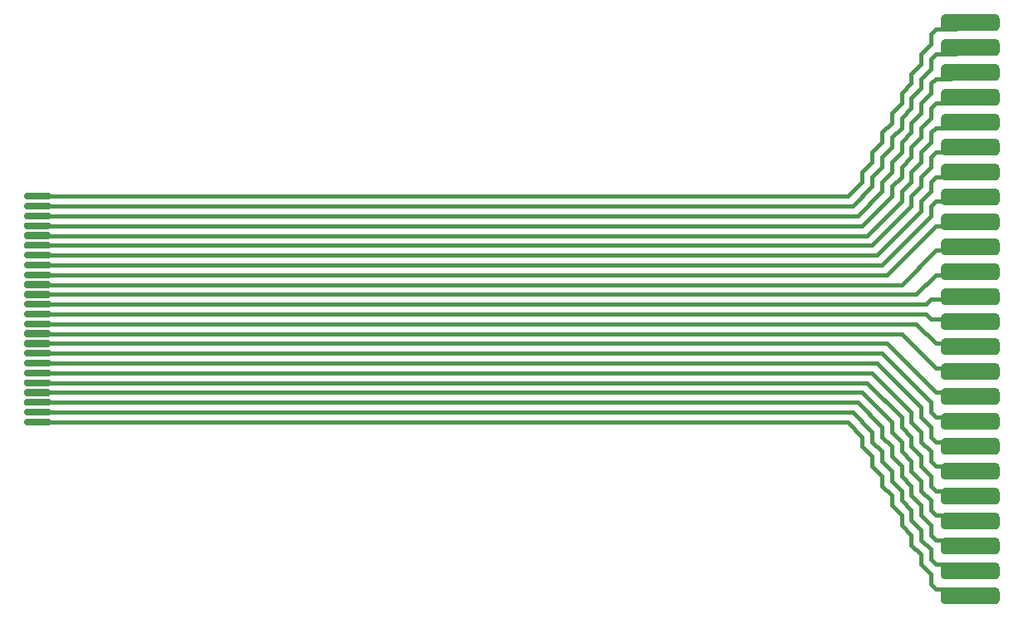
<source format=gtl>
%TF.GenerationSoftware,KiCad,Pcbnew,5.1.6-c6e7f7d~86~ubuntu18.04.1*%
%TF.CreationDate,2020-05-18T00:48:30-07:00*%
%TF.ProjectId,kbdflex,6b626466-6c65-4782-9e6b-696361645f70,rev?*%
%TF.SameCoordinates,Original*%
%TF.FileFunction,Copper,L1,Top*%
%TF.FilePolarity,Positive*%
%FSLAX46Y46*%
G04 Gerber Fmt 4.6, Leading zero omitted, Abs format (unit mm)*
G04 Created by KiCad (PCBNEW 5.1.6-c6e7f7d~86~ubuntu18.04.1) date 2020-05-18 00:48:30*
%MOMM*%
%LPD*%
G01*
G04 APERTURE LIST*
%TA.AperFunction,Conductor*%
%ADD10C,0.450000*%
%TD*%
G04 APERTURE END LIST*
%TO.P,J2,24*%
%TO.N,Net-(J1-Pad1)*%
%TA.AperFunction,SMDPad,CuDef*%
G36*
G01*
X52850000Y-50825000D02*
X52850000Y-51175000D01*
G75*
G02*
X52675000Y-51350000I-175000J0D01*
G01*
X50325000Y-51350000D01*
G75*
G02*
X50150000Y-51175000I0J175000D01*
G01*
X50150000Y-50825000D01*
G75*
G02*
X50325000Y-50650000I175000J0D01*
G01*
X52675000Y-50650000D01*
G75*
G02*
X52850000Y-50825000I0J-175000D01*
G01*
G37*
%TD.AperFunction*%
%TO.P,J2,23*%
%TO.N,Net-(J1-Pad2)*%
%TA.AperFunction,SMDPad,CuDef*%
G36*
G01*
X52850000Y-51825000D02*
X52850000Y-52175000D01*
G75*
G02*
X52675000Y-52350000I-175000J0D01*
G01*
X50325000Y-52350000D01*
G75*
G02*
X50150000Y-52175000I0J175000D01*
G01*
X50150000Y-51825000D01*
G75*
G02*
X50325000Y-51650000I175000J0D01*
G01*
X52675000Y-51650000D01*
G75*
G02*
X52850000Y-51825000I0J-175000D01*
G01*
G37*
%TD.AperFunction*%
%TO.P,J2,22*%
%TO.N,Net-(J1-Pad3)*%
%TA.AperFunction,SMDPad,CuDef*%
G36*
G01*
X52850000Y-52825000D02*
X52850000Y-53175000D01*
G75*
G02*
X52675000Y-53350000I-175000J0D01*
G01*
X50325000Y-53350000D01*
G75*
G02*
X50150000Y-53175000I0J175000D01*
G01*
X50150000Y-52825000D01*
G75*
G02*
X50325000Y-52650000I175000J0D01*
G01*
X52675000Y-52650000D01*
G75*
G02*
X52850000Y-52825000I0J-175000D01*
G01*
G37*
%TD.AperFunction*%
%TO.P,J2,21*%
%TO.N,Net-(J1-Pad4)*%
%TA.AperFunction,SMDPad,CuDef*%
G36*
G01*
X52850000Y-53825000D02*
X52850000Y-54175000D01*
G75*
G02*
X52675000Y-54350000I-175000J0D01*
G01*
X50325000Y-54350000D01*
G75*
G02*
X50150000Y-54175000I0J175000D01*
G01*
X50150000Y-53825000D01*
G75*
G02*
X50325000Y-53650000I175000J0D01*
G01*
X52675000Y-53650000D01*
G75*
G02*
X52850000Y-53825000I0J-175000D01*
G01*
G37*
%TD.AperFunction*%
%TO.P,J2,20*%
%TO.N,Net-(J1-Pad5)*%
%TA.AperFunction,SMDPad,CuDef*%
G36*
G01*
X52850000Y-54825000D02*
X52850000Y-55175000D01*
G75*
G02*
X52675000Y-55350000I-175000J0D01*
G01*
X50325000Y-55350000D01*
G75*
G02*
X50150000Y-55175000I0J175000D01*
G01*
X50150000Y-54825000D01*
G75*
G02*
X50325000Y-54650000I175000J0D01*
G01*
X52675000Y-54650000D01*
G75*
G02*
X52850000Y-54825000I0J-175000D01*
G01*
G37*
%TD.AperFunction*%
%TO.P,J2,19*%
%TO.N,Net-(J1-Pad6)*%
%TA.AperFunction,SMDPad,CuDef*%
G36*
G01*
X52850000Y-55825000D02*
X52850000Y-56175000D01*
G75*
G02*
X52675000Y-56350000I-175000J0D01*
G01*
X50325000Y-56350000D01*
G75*
G02*
X50150000Y-56175000I0J175000D01*
G01*
X50150000Y-55825000D01*
G75*
G02*
X50325000Y-55650000I175000J0D01*
G01*
X52675000Y-55650000D01*
G75*
G02*
X52850000Y-55825000I0J-175000D01*
G01*
G37*
%TD.AperFunction*%
%TO.P,J2,18*%
%TO.N,Net-(J1-Pad7)*%
%TA.AperFunction,SMDPad,CuDef*%
G36*
G01*
X52850000Y-56825000D02*
X52850000Y-57175000D01*
G75*
G02*
X52675000Y-57350000I-175000J0D01*
G01*
X50325000Y-57350000D01*
G75*
G02*
X50150000Y-57175000I0J175000D01*
G01*
X50150000Y-56825000D01*
G75*
G02*
X50325000Y-56650000I175000J0D01*
G01*
X52675000Y-56650000D01*
G75*
G02*
X52850000Y-56825000I0J-175000D01*
G01*
G37*
%TD.AperFunction*%
%TO.P,J2,17*%
%TO.N,Net-(J1-Pad8)*%
%TA.AperFunction,SMDPad,CuDef*%
G36*
G01*
X52850000Y-57825000D02*
X52850000Y-58175000D01*
G75*
G02*
X52675000Y-58350000I-175000J0D01*
G01*
X50325000Y-58350000D01*
G75*
G02*
X50150000Y-58175000I0J175000D01*
G01*
X50150000Y-57825000D01*
G75*
G02*
X50325000Y-57650000I175000J0D01*
G01*
X52675000Y-57650000D01*
G75*
G02*
X52850000Y-57825000I0J-175000D01*
G01*
G37*
%TD.AperFunction*%
%TO.P,J2,16*%
%TO.N,Net-(J1-Pad9)*%
%TA.AperFunction,SMDPad,CuDef*%
G36*
G01*
X52850000Y-58825000D02*
X52850000Y-59175000D01*
G75*
G02*
X52675000Y-59350000I-175000J0D01*
G01*
X50325000Y-59350000D01*
G75*
G02*
X50150000Y-59175000I0J175000D01*
G01*
X50150000Y-58825000D01*
G75*
G02*
X50325000Y-58650000I175000J0D01*
G01*
X52675000Y-58650000D01*
G75*
G02*
X52850000Y-58825000I0J-175000D01*
G01*
G37*
%TD.AperFunction*%
%TO.P,J2,15*%
%TO.N,Net-(J1-Pad10)*%
%TA.AperFunction,SMDPad,CuDef*%
G36*
G01*
X52850000Y-59825000D02*
X52850000Y-60175000D01*
G75*
G02*
X52675000Y-60350000I-175000J0D01*
G01*
X50325000Y-60350000D01*
G75*
G02*
X50150000Y-60175000I0J175000D01*
G01*
X50150000Y-59825000D01*
G75*
G02*
X50325000Y-59650000I175000J0D01*
G01*
X52675000Y-59650000D01*
G75*
G02*
X52850000Y-59825000I0J-175000D01*
G01*
G37*
%TD.AperFunction*%
%TO.P,J2,14*%
%TO.N,Net-(J1-Pad11)*%
%TA.AperFunction,SMDPad,CuDef*%
G36*
G01*
X52850000Y-60825000D02*
X52850000Y-61175000D01*
G75*
G02*
X52675000Y-61350000I-175000J0D01*
G01*
X50325000Y-61350000D01*
G75*
G02*
X50150000Y-61175000I0J175000D01*
G01*
X50150000Y-60825000D01*
G75*
G02*
X50325000Y-60650000I175000J0D01*
G01*
X52675000Y-60650000D01*
G75*
G02*
X52850000Y-60825000I0J-175000D01*
G01*
G37*
%TD.AperFunction*%
%TO.P,J2,13*%
%TO.N,Net-(J1-Pad12)*%
%TA.AperFunction,SMDPad,CuDef*%
G36*
G01*
X52850000Y-61825000D02*
X52850000Y-62175000D01*
G75*
G02*
X52675000Y-62350000I-175000J0D01*
G01*
X50325000Y-62350000D01*
G75*
G02*
X50150000Y-62175000I0J175000D01*
G01*
X50150000Y-61825000D01*
G75*
G02*
X50325000Y-61650000I175000J0D01*
G01*
X52675000Y-61650000D01*
G75*
G02*
X52850000Y-61825000I0J-175000D01*
G01*
G37*
%TD.AperFunction*%
%TO.P,J2,12*%
%TO.N,Net-(J1-Pad13)*%
%TA.AperFunction,SMDPad,CuDef*%
G36*
G01*
X52850000Y-62825000D02*
X52850000Y-63175000D01*
G75*
G02*
X52675000Y-63350000I-175000J0D01*
G01*
X50325000Y-63350000D01*
G75*
G02*
X50150000Y-63175000I0J175000D01*
G01*
X50150000Y-62825000D01*
G75*
G02*
X50325000Y-62650000I175000J0D01*
G01*
X52675000Y-62650000D01*
G75*
G02*
X52850000Y-62825000I0J-175000D01*
G01*
G37*
%TD.AperFunction*%
%TO.P,J2,11*%
%TO.N,Net-(J1-Pad14)*%
%TA.AperFunction,SMDPad,CuDef*%
G36*
G01*
X52850000Y-63825000D02*
X52850000Y-64175000D01*
G75*
G02*
X52675000Y-64350000I-175000J0D01*
G01*
X50325000Y-64350000D01*
G75*
G02*
X50150000Y-64175000I0J175000D01*
G01*
X50150000Y-63825000D01*
G75*
G02*
X50325000Y-63650000I175000J0D01*
G01*
X52675000Y-63650000D01*
G75*
G02*
X52850000Y-63825000I0J-175000D01*
G01*
G37*
%TD.AperFunction*%
%TO.P,J2,10*%
%TO.N,Net-(J1-Pad15)*%
%TA.AperFunction,SMDPad,CuDef*%
G36*
G01*
X52850000Y-64825000D02*
X52850000Y-65175000D01*
G75*
G02*
X52675000Y-65350000I-175000J0D01*
G01*
X50325000Y-65350000D01*
G75*
G02*
X50150000Y-65175000I0J175000D01*
G01*
X50150000Y-64825000D01*
G75*
G02*
X50325000Y-64650000I175000J0D01*
G01*
X52675000Y-64650000D01*
G75*
G02*
X52850000Y-64825000I0J-175000D01*
G01*
G37*
%TD.AperFunction*%
%TO.P,J2,9*%
%TO.N,Net-(J1-Pad16)*%
%TA.AperFunction,SMDPad,CuDef*%
G36*
G01*
X52850000Y-65825000D02*
X52850000Y-66175000D01*
G75*
G02*
X52675000Y-66350000I-175000J0D01*
G01*
X50325000Y-66350000D01*
G75*
G02*
X50150000Y-66175000I0J175000D01*
G01*
X50150000Y-65825000D01*
G75*
G02*
X50325000Y-65650000I175000J0D01*
G01*
X52675000Y-65650000D01*
G75*
G02*
X52850000Y-65825000I0J-175000D01*
G01*
G37*
%TD.AperFunction*%
%TO.P,J2,8*%
%TO.N,Net-(J1-Pad17)*%
%TA.AperFunction,SMDPad,CuDef*%
G36*
G01*
X52850000Y-66825000D02*
X52850000Y-67175000D01*
G75*
G02*
X52675000Y-67350000I-175000J0D01*
G01*
X50325000Y-67350000D01*
G75*
G02*
X50150000Y-67175000I0J175000D01*
G01*
X50150000Y-66825000D01*
G75*
G02*
X50325000Y-66650000I175000J0D01*
G01*
X52675000Y-66650000D01*
G75*
G02*
X52850000Y-66825000I0J-175000D01*
G01*
G37*
%TD.AperFunction*%
%TO.P,J2,7*%
%TO.N,Net-(J1-Pad18)*%
%TA.AperFunction,SMDPad,CuDef*%
G36*
G01*
X52850000Y-67825000D02*
X52850000Y-68175000D01*
G75*
G02*
X52675000Y-68350000I-175000J0D01*
G01*
X50325000Y-68350000D01*
G75*
G02*
X50150000Y-68175000I0J175000D01*
G01*
X50150000Y-67825000D01*
G75*
G02*
X50325000Y-67650000I175000J0D01*
G01*
X52675000Y-67650000D01*
G75*
G02*
X52850000Y-67825000I0J-175000D01*
G01*
G37*
%TD.AperFunction*%
%TO.P,J2,6*%
%TO.N,Net-(J1-Pad19)*%
%TA.AperFunction,SMDPad,CuDef*%
G36*
G01*
X52850000Y-68825000D02*
X52850000Y-69175000D01*
G75*
G02*
X52675000Y-69350000I-175000J0D01*
G01*
X50325000Y-69350000D01*
G75*
G02*
X50150000Y-69175000I0J175000D01*
G01*
X50150000Y-68825000D01*
G75*
G02*
X50325000Y-68650000I175000J0D01*
G01*
X52675000Y-68650000D01*
G75*
G02*
X52850000Y-68825000I0J-175000D01*
G01*
G37*
%TD.AperFunction*%
%TO.P,J2,5*%
%TO.N,Net-(J1-Pad20)*%
%TA.AperFunction,SMDPad,CuDef*%
G36*
G01*
X52850000Y-69825000D02*
X52850000Y-70175000D01*
G75*
G02*
X52675000Y-70350000I-175000J0D01*
G01*
X50325000Y-70350000D01*
G75*
G02*
X50150000Y-70175000I0J175000D01*
G01*
X50150000Y-69825000D01*
G75*
G02*
X50325000Y-69650000I175000J0D01*
G01*
X52675000Y-69650000D01*
G75*
G02*
X52850000Y-69825000I0J-175000D01*
G01*
G37*
%TD.AperFunction*%
%TO.P,J2,4*%
%TO.N,Net-(J1-Pad21)*%
%TA.AperFunction,SMDPad,CuDef*%
G36*
G01*
X52850000Y-70825000D02*
X52850000Y-71175000D01*
G75*
G02*
X52675000Y-71350000I-175000J0D01*
G01*
X50325000Y-71350000D01*
G75*
G02*
X50150000Y-71175000I0J175000D01*
G01*
X50150000Y-70825000D01*
G75*
G02*
X50325000Y-70650000I175000J0D01*
G01*
X52675000Y-70650000D01*
G75*
G02*
X52850000Y-70825000I0J-175000D01*
G01*
G37*
%TD.AperFunction*%
%TO.P,J2,3*%
%TO.N,Net-(J1-Pad22)*%
%TA.AperFunction,SMDPad,CuDef*%
G36*
G01*
X52850000Y-71825000D02*
X52850000Y-72175000D01*
G75*
G02*
X52675000Y-72350000I-175000J0D01*
G01*
X50325000Y-72350000D01*
G75*
G02*
X50150000Y-72175000I0J175000D01*
G01*
X50150000Y-71825000D01*
G75*
G02*
X50325000Y-71650000I175000J0D01*
G01*
X52675000Y-71650000D01*
G75*
G02*
X52850000Y-71825000I0J-175000D01*
G01*
G37*
%TD.AperFunction*%
%TO.P,J2,2*%
%TO.N,Net-(J1-Pad23)*%
%TA.AperFunction,SMDPad,CuDef*%
G36*
G01*
X52850000Y-72825000D02*
X52850000Y-73175000D01*
G75*
G02*
X52675000Y-73350000I-175000J0D01*
G01*
X50325000Y-73350000D01*
G75*
G02*
X50150000Y-73175000I0J175000D01*
G01*
X50150000Y-72825000D01*
G75*
G02*
X50325000Y-72650000I175000J0D01*
G01*
X52675000Y-72650000D01*
G75*
G02*
X52850000Y-72825000I0J-175000D01*
G01*
G37*
%TD.AperFunction*%
%TO.P,J2,1*%
%TO.N,Net-(J1-Pad24)*%
%TA.AperFunction,SMDPad,CuDef*%
G36*
G01*
X52850000Y-73825000D02*
X52850000Y-74175000D01*
G75*
G02*
X52675000Y-74350000I-175000J0D01*
G01*
X50325000Y-74350000D01*
G75*
G02*
X50150000Y-74175000I0J175000D01*
G01*
X50150000Y-73825000D01*
G75*
G02*
X50325000Y-73650000I175000J0D01*
G01*
X52675000Y-73650000D01*
G75*
G02*
X52850000Y-73825000I0J-175000D01*
G01*
G37*
%TD.AperFunction*%
%TD*%
%TO.P,J1,24*%
%TO.N,Net-(J1-Pad24)*%
%TA.AperFunction,SMDPad,CuDef*%
G36*
G01*
X143500000Y-92145000D02*
X143500000Y-91295000D01*
G75*
G02*
X143925000Y-90870000I425000J0D01*
G01*
X149075000Y-90870000D01*
G75*
G02*
X149500000Y-91295000I0J-425000D01*
G01*
X149500000Y-92145000D01*
G75*
G02*
X149075000Y-92570000I-425000J0D01*
G01*
X143925000Y-92570000D01*
G75*
G02*
X143500000Y-92145000I0J425000D01*
G01*
G37*
%TD.AperFunction*%
%TO.P,J1,23*%
%TO.N,Net-(J1-Pad23)*%
%TA.AperFunction,SMDPad,CuDef*%
G36*
G01*
X143500000Y-89605000D02*
X143500000Y-88755000D01*
G75*
G02*
X143925000Y-88330000I425000J0D01*
G01*
X149075000Y-88330000D01*
G75*
G02*
X149500000Y-88755000I0J-425000D01*
G01*
X149500000Y-89605000D01*
G75*
G02*
X149075000Y-90030000I-425000J0D01*
G01*
X143925000Y-90030000D01*
G75*
G02*
X143500000Y-89605000I0J425000D01*
G01*
G37*
%TD.AperFunction*%
%TO.P,J1,22*%
%TO.N,Net-(J1-Pad22)*%
%TA.AperFunction,SMDPad,CuDef*%
G36*
G01*
X143500000Y-87065000D02*
X143500000Y-86215000D01*
G75*
G02*
X143925000Y-85790000I425000J0D01*
G01*
X149075000Y-85790000D01*
G75*
G02*
X149500000Y-86215000I0J-425000D01*
G01*
X149500000Y-87065000D01*
G75*
G02*
X149075000Y-87490000I-425000J0D01*
G01*
X143925000Y-87490000D01*
G75*
G02*
X143500000Y-87065000I0J425000D01*
G01*
G37*
%TD.AperFunction*%
%TO.P,J1,21*%
%TO.N,Net-(J1-Pad21)*%
%TA.AperFunction,SMDPad,CuDef*%
G36*
G01*
X143500000Y-84525000D02*
X143500000Y-83675000D01*
G75*
G02*
X143925000Y-83250000I425000J0D01*
G01*
X149075000Y-83250000D01*
G75*
G02*
X149500000Y-83675000I0J-425000D01*
G01*
X149500000Y-84525000D01*
G75*
G02*
X149075000Y-84950000I-425000J0D01*
G01*
X143925000Y-84950000D01*
G75*
G02*
X143500000Y-84525000I0J425000D01*
G01*
G37*
%TD.AperFunction*%
%TO.P,J1,20*%
%TO.N,Net-(J1-Pad20)*%
%TA.AperFunction,SMDPad,CuDef*%
G36*
G01*
X143500000Y-81985000D02*
X143500000Y-81135000D01*
G75*
G02*
X143925000Y-80710000I425000J0D01*
G01*
X149075000Y-80710000D01*
G75*
G02*
X149500000Y-81135000I0J-425000D01*
G01*
X149500000Y-81985000D01*
G75*
G02*
X149075000Y-82410000I-425000J0D01*
G01*
X143925000Y-82410000D01*
G75*
G02*
X143500000Y-81985000I0J425000D01*
G01*
G37*
%TD.AperFunction*%
%TO.P,J1,19*%
%TO.N,Net-(J1-Pad19)*%
%TA.AperFunction,SMDPad,CuDef*%
G36*
G01*
X143500000Y-79445000D02*
X143500000Y-78595000D01*
G75*
G02*
X143925000Y-78170000I425000J0D01*
G01*
X149075000Y-78170000D01*
G75*
G02*
X149500000Y-78595000I0J-425000D01*
G01*
X149500000Y-79445000D01*
G75*
G02*
X149075000Y-79870000I-425000J0D01*
G01*
X143925000Y-79870000D01*
G75*
G02*
X143500000Y-79445000I0J425000D01*
G01*
G37*
%TD.AperFunction*%
%TO.P,J1,18*%
%TO.N,Net-(J1-Pad18)*%
%TA.AperFunction,SMDPad,CuDef*%
G36*
G01*
X143500000Y-76905000D02*
X143500000Y-76055000D01*
G75*
G02*
X143925000Y-75630000I425000J0D01*
G01*
X149075000Y-75630000D01*
G75*
G02*
X149500000Y-76055000I0J-425000D01*
G01*
X149500000Y-76905000D01*
G75*
G02*
X149075000Y-77330000I-425000J0D01*
G01*
X143925000Y-77330000D01*
G75*
G02*
X143500000Y-76905000I0J425000D01*
G01*
G37*
%TD.AperFunction*%
%TO.P,J1,17*%
%TO.N,Net-(J1-Pad17)*%
%TA.AperFunction,SMDPad,CuDef*%
G36*
G01*
X143500000Y-74365000D02*
X143500000Y-73515000D01*
G75*
G02*
X143925000Y-73090000I425000J0D01*
G01*
X149075000Y-73090000D01*
G75*
G02*
X149500000Y-73515000I0J-425000D01*
G01*
X149500000Y-74365000D01*
G75*
G02*
X149075000Y-74790000I-425000J0D01*
G01*
X143925000Y-74790000D01*
G75*
G02*
X143500000Y-74365000I0J425000D01*
G01*
G37*
%TD.AperFunction*%
%TO.P,J1,16*%
%TO.N,Net-(J1-Pad16)*%
%TA.AperFunction,SMDPad,CuDef*%
G36*
G01*
X143500000Y-71825000D02*
X143500000Y-70975000D01*
G75*
G02*
X143925000Y-70550000I425000J0D01*
G01*
X149075000Y-70550000D01*
G75*
G02*
X149500000Y-70975000I0J-425000D01*
G01*
X149500000Y-71825000D01*
G75*
G02*
X149075000Y-72250000I-425000J0D01*
G01*
X143925000Y-72250000D01*
G75*
G02*
X143500000Y-71825000I0J425000D01*
G01*
G37*
%TD.AperFunction*%
%TO.P,J1,15*%
%TO.N,Net-(J1-Pad15)*%
%TA.AperFunction,SMDPad,CuDef*%
G36*
G01*
X143500000Y-69285000D02*
X143500000Y-68435000D01*
G75*
G02*
X143925000Y-68010000I425000J0D01*
G01*
X149075000Y-68010000D01*
G75*
G02*
X149500000Y-68435000I0J-425000D01*
G01*
X149500000Y-69285000D01*
G75*
G02*
X149075000Y-69710000I-425000J0D01*
G01*
X143925000Y-69710000D01*
G75*
G02*
X143500000Y-69285000I0J425000D01*
G01*
G37*
%TD.AperFunction*%
%TO.P,J1,14*%
%TO.N,Net-(J1-Pad14)*%
%TA.AperFunction,SMDPad,CuDef*%
G36*
G01*
X143500000Y-66745000D02*
X143500000Y-65895000D01*
G75*
G02*
X143925000Y-65470000I425000J0D01*
G01*
X149075000Y-65470000D01*
G75*
G02*
X149500000Y-65895000I0J-425000D01*
G01*
X149500000Y-66745000D01*
G75*
G02*
X149075000Y-67170000I-425000J0D01*
G01*
X143925000Y-67170000D01*
G75*
G02*
X143500000Y-66745000I0J425000D01*
G01*
G37*
%TD.AperFunction*%
%TO.P,J1,13*%
%TO.N,Net-(J1-Pad13)*%
%TA.AperFunction,SMDPad,CuDef*%
G36*
G01*
X143500000Y-64205000D02*
X143500000Y-63355000D01*
G75*
G02*
X143925000Y-62930000I425000J0D01*
G01*
X149075000Y-62930000D01*
G75*
G02*
X149500000Y-63355000I0J-425000D01*
G01*
X149500000Y-64205000D01*
G75*
G02*
X149075000Y-64630000I-425000J0D01*
G01*
X143925000Y-64630000D01*
G75*
G02*
X143500000Y-64205000I0J425000D01*
G01*
G37*
%TD.AperFunction*%
%TO.P,J1,12*%
%TO.N,Net-(J1-Pad12)*%
%TA.AperFunction,SMDPad,CuDef*%
G36*
G01*
X143500000Y-61665000D02*
X143500000Y-60815000D01*
G75*
G02*
X143925000Y-60390000I425000J0D01*
G01*
X149075000Y-60390000D01*
G75*
G02*
X149500000Y-60815000I0J-425000D01*
G01*
X149500000Y-61665000D01*
G75*
G02*
X149075000Y-62090000I-425000J0D01*
G01*
X143925000Y-62090000D01*
G75*
G02*
X143500000Y-61665000I0J425000D01*
G01*
G37*
%TD.AperFunction*%
%TO.P,J1,11*%
%TO.N,Net-(J1-Pad11)*%
%TA.AperFunction,SMDPad,CuDef*%
G36*
G01*
X143500000Y-59125000D02*
X143500000Y-58275000D01*
G75*
G02*
X143925000Y-57850000I425000J0D01*
G01*
X149075000Y-57850000D01*
G75*
G02*
X149500000Y-58275000I0J-425000D01*
G01*
X149500000Y-59125000D01*
G75*
G02*
X149075000Y-59550000I-425000J0D01*
G01*
X143925000Y-59550000D01*
G75*
G02*
X143500000Y-59125000I0J425000D01*
G01*
G37*
%TD.AperFunction*%
%TO.P,J1,10*%
%TO.N,Net-(J1-Pad10)*%
%TA.AperFunction,SMDPad,CuDef*%
G36*
G01*
X143500000Y-56585000D02*
X143500000Y-55735000D01*
G75*
G02*
X143925000Y-55310000I425000J0D01*
G01*
X149075000Y-55310000D01*
G75*
G02*
X149500000Y-55735000I0J-425000D01*
G01*
X149500000Y-56585000D01*
G75*
G02*
X149075000Y-57010000I-425000J0D01*
G01*
X143925000Y-57010000D01*
G75*
G02*
X143500000Y-56585000I0J425000D01*
G01*
G37*
%TD.AperFunction*%
%TO.P,J1,9*%
%TO.N,Net-(J1-Pad9)*%
%TA.AperFunction,SMDPad,CuDef*%
G36*
G01*
X143500000Y-54045000D02*
X143500000Y-53195000D01*
G75*
G02*
X143925000Y-52770000I425000J0D01*
G01*
X149075000Y-52770000D01*
G75*
G02*
X149500000Y-53195000I0J-425000D01*
G01*
X149500000Y-54045000D01*
G75*
G02*
X149075000Y-54470000I-425000J0D01*
G01*
X143925000Y-54470000D01*
G75*
G02*
X143500000Y-54045000I0J425000D01*
G01*
G37*
%TD.AperFunction*%
%TO.P,J1,8*%
%TO.N,Net-(J1-Pad8)*%
%TA.AperFunction,SMDPad,CuDef*%
G36*
G01*
X143500000Y-51505000D02*
X143500000Y-50655000D01*
G75*
G02*
X143925000Y-50230000I425000J0D01*
G01*
X149075000Y-50230000D01*
G75*
G02*
X149500000Y-50655000I0J-425000D01*
G01*
X149500000Y-51505000D01*
G75*
G02*
X149075000Y-51930000I-425000J0D01*
G01*
X143925000Y-51930000D01*
G75*
G02*
X143500000Y-51505000I0J425000D01*
G01*
G37*
%TD.AperFunction*%
%TO.P,J1,7*%
%TO.N,Net-(J1-Pad7)*%
%TA.AperFunction,SMDPad,CuDef*%
G36*
G01*
X143500000Y-48965000D02*
X143500000Y-48115000D01*
G75*
G02*
X143925000Y-47690000I425000J0D01*
G01*
X149075000Y-47690000D01*
G75*
G02*
X149500000Y-48115000I0J-425000D01*
G01*
X149500000Y-48965000D01*
G75*
G02*
X149075000Y-49390000I-425000J0D01*
G01*
X143925000Y-49390000D01*
G75*
G02*
X143500000Y-48965000I0J425000D01*
G01*
G37*
%TD.AperFunction*%
%TO.P,J1,6*%
%TO.N,Net-(J1-Pad6)*%
%TA.AperFunction,SMDPad,CuDef*%
G36*
G01*
X143500000Y-46425000D02*
X143500000Y-45575000D01*
G75*
G02*
X143925000Y-45150000I425000J0D01*
G01*
X149075000Y-45150000D01*
G75*
G02*
X149500000Y-45575000I0J-425000D01*
G01*
X149500000Y-46425000D01*
G75*
G02*
X149075000Y-46850000I-425000J0D01*
G01*
X143925000Y-46850000D01*
G75*
G02*
X143500000Y-46425000I0J425000D01*
G01*
G37*
%TD.AperFunction*%
%TO.P,J1,5*%
%TO.N,Net-(J1-Pad5)*%
%TA.AperFunction,SMDPad,CuDef*%
G36*
G01*
X143500000Y-43885000D02*
X143500000Y-43035000D01*
G75*
G02*
X143925000Y-42610000I425000J0D01*
G01*
X149075000Y-42610000D01*
G75*
G02*
X149500000Y-43035000I0J-425000D01*
G01*
X149500000Y-43885000D01*
G75*
G02*
X149075000Y-44310000I-425000J0D01*
G01*
X143925000Y-44310000D01*
G75*
G02*
X143500000Y-43885000I0J425000D01*
G01*
G37*
%TD.AperFunction*%
%TO.P,J1,4*%
%TO.N,Net-(J1-Pad4)*%
%TA.AperFunction,SMDPad,CuDef*%
G36*
G01*
X143500000Y-41345000D02*
X143500000Y-40495000D01*
G75*
G02*
X143925000Y-40070000I425000J0D01*
G01*
X149075000Y-40070000D01*
G75*
G02*
X149500000Y-40495000I0J-425000D01*
G01*
X149500000Y-41345000D01*
G75*
G02*
X149075000Y-41770000I-425000J0D01*
G01*
X143925000Y-41770000D01*
G75*
G02*
X143500000Y-41345000I0J425000D01*
G01*
G37*
%TD.AperFunction*%
%TO.P,J1,3*%
%TO.N,Net-(J1-Pad3)*%
%TA.AperFunction,SMDPad,CuDef*%
G36*
G01*
X143500000Y-38805000D02*
X143500000Y-37955000D01*
G75*
G02*
X143925000Y-37530000I425000J0D01*
G01*
X149075000Y-37530000D01*
G75*
G02*
X149500000Y-37955000I0J-425000D01*
G01*
X149500000Y-38805000D01*
G75*
G02*
X149075000Y-39230000I-425000J0D01*
G01*
X143925000Y-39230000D01*
G75*
G02*
X143500000Y-38805000I0J425000D01*
G01*
G37*
%TD.AperFunction*%
%TO.P,J1,2*%
%TO.N,Net-(J1-Pad2)*%
%TA.AperFunction,SMDPad,CuDef*%
G36*
G01*
X143500000Y-36265000D02*
X143500000Y-35415000D01*
G75*
G02*
X143925000Y-34990000I425000J0D01*
G01*
X149075000Y-34990000D01*
G75*
G02*
X149500000Y-35415000I0J-425000D01*
G01*
X149500000Y-36265000D01*
G75*
G02*
X149075000Y-36690000I-425000J0D01*
G01*
X143925000Y-36690000D01*
G75*
G02*
X143500000Y-36265000I0J425000D01*
G01*
G37*
%TD.AperFunction*%
%TO.P,J1,1*%
%TO.N,Net-(J1-Pad1)*%
%TA.AperFunction,SMDPad,CuDef*%
G36*
G01*
X143500000Y-33725000D02*
X143500000Y-32875000D01*
G75*
G02*
X143925000Y-32450000I425000J0D01*
G01*
X149075000Y-32450000D01*
G75*
G02*
X149500000Y-32875000I0J-425000D01*
G01*
X149500000Y-33725000D01*
G75*
G02*
X149075000Y-34150000I-425000J0D01*
G01*
X143925000Y-34150000D01*
G75*
G02*
X143500000Y-33725000I0J425000D01*
G01*
G37*
%TD.AperFunction*%
%TD*%
D10*
%TO.N,Net-(J1-Pad24)*%
X146500000Y-91720000D02*
X146220000Y-91720000D01*
X146220000Y-91720000D02*
X145500000Y-91000000D01*
X145500000Y-91000000D02*
X143000000Y-91000000D01*
X51500000Y-74000000D02*
X132500000Y-74000000D01*
X143000000Y-91000000D02*
X142500000Y-90500000D01*
X142500000Y-90500000D02*
X142500000Y-89500000D01*
X142500000Y-89500000D02*
X141500000Y-88500000D01*
X141500000Y-88500000D02*
X141500000Y-87500000D01*
X141500000Y-87500000D02*
X140500000Y-86500000D01*
X140500000Y-86500000D02*
X140500000Y-85500000D01*
X140500000Y-85500000D02*
X139500000Y-84500000D01*
X139500000Y-84500000D02*
X139500000Y-83500000D01*
X139500000Y-83500000D02*
X138500000Y-82500000D01*
X138500000Y-82500000D02*
X138500000Y-81500000D01*
X138500000Y-81500000D02*
X137500000Y-80500000D01*
X137500000Y-80500000D02*
X137500000Y-79500000D01*
X137500000Y-79500000D02*
X136500000Y-78500000D01*
X136500000Y-78500000D02*
X136500000Y-77500000D01*
X136500000Y-77500000D02*
X135500000Y-76500000D01*
X135500000Y-76500000D02*
X135500000Y-75500000D01*
X135500000Y-75500000D02*
X134000000Y-74000000D01*
X134000000Y-74000000D02*
X132500000Y-74000000D01*
%TO.N,Net-(J1-Pad23)*%
X136500000Y-75000000D02*
X134500000Y-73000000D01*
X136500000Y-76000000D02*
X136500000Y-75000000D01*
X142500000Y-88000000D02*
X142500000Y-87000000D01*
X142500000Y-87000000D02*
X141500000Y-86000000D01*
X138500000Y-79000000D02*
X137500000Y-78000000D01*
X146500000Y-89180000D02*
X146180000Y-89180000D01*
X141500000Y-86000000D02*
X141500000Y-85000000D01*
X146180000Y-89180000D02*
X145500000Y-88500000D01*
X134500000Y-73000000D02*
X51500000Y-73000000D01*
X140500000Y-84000000D02*
X140500000Y-83000000D01*
X143000000Y-88500000D02*
X142500000Y-88000000D01*
X141500000Y-85000000D02*
X140500000Y-84000000D01*
X145500000Y-88500000D02*
X143000000Y-88500000D01*
X140500000Y-83000000D02*
X139500000Y-82000000D01*
X139500000Y-82000000D02*
X139500000Y-81000000D01*
X139500000Y-81000000D02*
X138500000Y-80000000D01*
X138500000Y-80000000D02*
X138500000Y-79000000D01*
X137500000Y-78000000D02*
X137500000Y-77000000D01*
X137500000Y-77000000D02*
X136500000Y-76000000D01*
%TO.N,Net-(J1-Pad22)*%
X132500000Y-72000000D02*
X51500000Y-72000000D01*
X135000000Y-72000000D02*
X132500000Y-72000000D01*
X143000000Y-86000000D02*
X142500000Y-85500000D01*
X140500000Y-80500000D02*
X139500000Y-79500000D01*
X137500000Y-75500000D02*
X137500000Y-74500000D01*
X142500000Y-84500000D02*
X141500000Y-83500000D01*
X146500000Y-86640000D02*
X146140000Y-86640000D01*
X142500000Y-85500000D02*
X142500000Y-84500000D01*
X141500000Y-83500000D02*
X141500000Y-82500000D01*
X145500000Y-86000000D02*
X143000000Y-86000000D01*
X146140000Y-86640000D02*
X145500000Y-86000000D01*
X141500000Y-82500000D02*
X140500000Y-81500000D01*
X140500000Y-81500000D02*
X140500000Y-80500000D01*
X139500000Y-79500000D02*
X139500000Y-78500000D01*
X139500000Y-78500000D02*
X138500000Y-77500000D01*
X138500000Y-77500000D02*
X138500000Y-76500000D01*
X138500000Y-76500000D02*
X137500000Y-75500000D01*
X137500000Y-74500000D02*
X135000000Y-72000000D01*
%TO.N,Net-(J1-Pad21)*%
X139500000Y-76000000D02*
X138500000Y-75000000D01*
X139500000Y-77000000D02*
X139500000Y-76000000D01*
X135500000Y-71000000D02*
X51500000Y-71000000D01*
X140500000Y-79000000D02*
X140500000Y-78000000D01*
X141500000Y-80000000D02*
X140500000Y-79000000D01*
X141500000Y-81000000D02*
X141500000Y-80000000D01*
X146100000Y-84100000D02*
X145500000Y-83500000D01*
X140500000Y-78000000D02*
X139500000Y-77000000D01*
X142500000Y-83000000D02*
X142500000Y-82000000D01*
X145500000Y-83500000D02*
X143000000Y-83500000D01*
X138500000Y-74000000D02*
X135500000Y-71000000D01*
X138500000Y-75000000D02*
X138500000Y-74000000D01*
X143000000Y-83500000D02*
X142500000Y-83000000D01*
X146500000Y-84100000D02*
X146100000Y-84100000D01*
X142500000Y-82000000D02*
X141500000Y-81000000D01*
%TO.N,Net-(J1-Pad20)*%
X135500000Y-70000000D02*
X51500000Y-70000000D01*
X139500000Y-73500000D02*
X136000000Y-70000000D01*
X141500000Y-77500000D02*
X140500000Y-76500000D01*
X140500000Y-75500000D02*
X139500000Y-74500000D01*
X141500000Y-78500000D02*
X141500000Y-77500000D01*
X145560000Y-81560000D02*
X145000000Y-81000000D01*
X146500000Y-81560000D02*
X145560000Y-81560000D01*
X139500000Y-74500000D02*
X139500000Y-73500000D01*
X140500000Y-76500000D02*
X140500000Y-75500000D01*
X142500000Y-79500000D02*
X141500000Y-78500000D01*
X136000000Y-70000000D02*
X135500000Y-70000000D01*
X145000000Y-81000000D02*
X143000000Y-81000000D01*
X142500000Y-80500000D02*
X142500000Y-79500000D01*
X143000000Y-81000000D02*
X142500000Y-80500000D01*
%TO.N,Net-(J1-Pad19)*%
X135500000Y-69000000D02*
X51500000Y-69000000D01*
X140500000Y-73000000D02*
X136500000Y-69000000D01*
X136500000Y-69000000D02*
X135500000Y-69000000D01*
X140500000Y-74000000D02*
X140500000Y-73000000D01*
X141500000Y-75000000D02*
X140500000Y-74000000D01*
X145020000Y-79020000D02*
X144500000Y-78500000D01*
X146500000Y-79020000D02*
X145020000Y-79020000D01*
X142500000Y-77000000D02*
X141500000Y-76000000D01*
X141500000Y-76000000D02*
X141500000Y-75000000D01*
X144500000Y-78500000D02*
X143000000Y-78500000D01*
X143000000Y-78500000D02*
X142500000Y-78000000D01*
X142500000Y-78000000D02*
X142500000Y-77000000D01*
%TO.N,Net-(J1-Pad18)*%
X141500000Y-72500000D02*
X137000000Y-68000000D01*
X134000000Y-68000000D02*
X51500000Y-68000000D01*
X145980000Y-76480000D02*
X145500000Y-76000000D01*
X146500000Y-76480000D02*
X145980000Y-76480000D01*
X145500000Y-76000000D02*
X143000000Y-76000000D01*
X143000000Y-76000000D02*
X142500000Y-75500000D01*
X142500000Y-74500000D02*
X141500000Y-73500000D01*
X137000000Y-68000000D02*
X134000000Y-68000000D01*
X141500000Y-73500000D02*
X141500000Y-72500000D01*
X142500000Y-75500000D02*
X142500000Y-74500000D01*
%TO.N,Net-(J1-Pad17)*%
X134500000Y-67000000D02*
X51500000Y-67000000D01*
X137500000Y-67000000D02*
X134500000Y-67000000D01*
X145940000Y-73940000D02*
X145500000Y-73500000D01*
X145500000Y-73500000D02*
X143000000Y-73500000D01*
X146500000Y-73940000D02*
X145940000Y-73940000D01*
X143000000Y-73500000D02*
X142500000Y-73000000D01*
X142500000Y-73000000D02*
X142500000Y-72000000D01*
X142500000Y-72000000D02*
X137500000Y-67000000D01*
%TO.N,Net-(J1-Pad16)*%
X135500000Y-66000000D02*
X51500000Y-66000000D01*
X138000000Y-66000000D02*
X135500000Y-66000000D01*
X143000000Y-71000000D02*
X138000000Y-66000000D01*
X145000000Y-71000000D02*
X143000000Y-71000000D01*
X146500000Y-71400000D02*
X145400000Y-71400000D01*
X145400000Y-71400000D02*
X145000000Y-71000000D01*
%TO.N,Net-(J1-Pad15)*%
X135500000Y-65000000D02*
X51500000Y-65000000D01*
X139500000Y-65000000D02*
X135500000Y-65000000D01*
X143000000Y-68500000D02*
X139500000Y-65000000D01*
X146500000Y-68860000D02*
X145860000Y-68860000D01*
X145500000Y-68500000D02*
X143000000Y-68500000D01*
X145860000Y-68860000D02*
X145500000Y-68500000D01*
%TO.N,Net-(J1-Pad14)*%
X146500000Y-66320000D02*
X145820000Y-66320000D01*
X145820000Y-66320000D02*
X145500000Y-66000000D01*
X145500000Y-66000000D02*
X143000000Y-66000000D01*
X143000000Y-66000000D02*
X141000000Y-64000000D01*
X51500000Y-64000000D02*
X141000000Y-64000000D01*
%TO.N,Net-(J1-Pad13)*%
X146500000Y-63780000D02*
X146500000Y-63580000D01*
X146220000Y-63500000D02*
X146500000Y-63780000D01*
X51500000Y-63000000D02*
X142000000Y-63000000D01*
X142500000Y-63500000D02*
X146220000Y-63500000D01*
X142000000Y-63000000D02*
X142500000Y-63500000D01*
%TO.N,Net-(J1-Pad12)*%
X146240000Y-61500000D02*
X146500000Y-61240000D01*
X142500000Y-61500000D02*
X146240000Y-61500000D01*
X51500000Y-62000000D02*
X142000000Y-62000000D01*
X142000000Y-62000000D02*
X142500000Y-61500000D01*
%TO.N,Net-(J1-Pad11)*%
X144500000Y-59000000D02*
X143000000Y-59000000D01*
X141000000Y-61000000D02*
X51500000Y-61000000D01*
X146500000Y-58700000D02*
X144800000Y-58700000D01*
X143000000Y-59000000D02*
X141000000Y-61000000D01*
X144800000Y-58700000D02*
X144500000Y-59000000D01*
%TO.N,Net-(J1-Pad10)*%
X146500000Y-56160000D02*
X144840000Y-56160000D01*
X144840000Y-56160000D02*
X144500000Y-56500000D01*
X139500000Y-60000000D02*
X138500000Y-60000000D01*
X138500000Y-60000000D02*
X51500000Y-60000000D01*
X143000000Y-56500000D02*
X139500000Y-60000000D01*
X146500000Y-56160000D02*
X145340000Y-56160000D01*
X145000000Y-56500000D02*
X143000000Y-56500000D01*
X145340000Y-56160000D02*
X145000000Y-56500000D01*
%TO.N,Net-(J1-Pad9)*%
X134500000Y-59000000D02*
X51500000Y-59000000D01*
X138000000Y-59000000D02*
X134500000Y-59000000D01*
X143000000Y-54000000D02*
X138000000Y-59000000D01*
X144500000Y-54000000D02*
X143000000Y-54000000D01*
X146500000Y-53620000D02*
X144880000Y-53620000D01*
X144880000Y-53620000D02*
X144500000Y-54000000D01*
%TO.N,Net-(J1-Pad8)*%
X134500000Y-58000000D02*
X51500000Y-58000000D01*
X137500000Y-58000000D02*
X134500000Y-58000000D01*
X144920000Y-51080000D02*
X144500000Y-51500000D01*
X142500000Y-52000000D02*
X142500000Y-53000000D01*
X146500000Y-51080000D02*
X144920000Y-51080000D01*
X144500000Y-51500000D02*
X143000000Y-51500000D01*
X143000000Y-51500000D02*
X142500000Y-52000000D01*
X142500000Y-53000000D02*
X137500000Y-58000000D01*
%TO.N,Net-(J1-Pad7)*%
X137000000Y-57000000D02*
X134500000Y-57000000D01*
X144960000Y-48540000D02*
X144500000Y-49000000D01*
X134500000Y-57000000D02*
X51500000Y-57000000D01*
X141500000Y-51500000D02*
X141500000Y-52500000D01*
X142500000Y-50500000D02*
X141500000Y-51500000D01*
X146500000Y-48540000D02*
X144960000Y-48540000D01*
X144500000Y-49000000D02*
X143000000Y-49000000D01*
X141500000Y-52500000D02*
X137000000Y-57000000D01*
X143000000Y-49000000D02*
X142500000Y-49500000D01*
X142500000Y-49500000D02*
X142500000Y-50500000D01*
%TO.N,Net-(J1-Pad6)*%
X140500000Y-52000000D02*
X136500000Y-56000000D01*
X141500000Y-50000000D02*
X140500000Y-51000000D01*
X140500000Y-51000000D02*
X140500000Y-52000000D01*
X141500000Y-49000000D02*
X141500000Y-50000000D01*
X145500000Y-46000000D02*
X145000000Y-46500000D01*
X136500000Y-56000000D02*
X51500000Y-56000000D01*
X143000000Y-46500000D02*
X142500000Y-47000000D01*
X145000000Y-46500000D02*
X143000000Y-46500000D01*
X142500000Y-47000000D02*
X142500000Y-48000000D01*
X146500000Y-46000000D02*
X145500000Y-46000000D01*
X142500000Y-48000000D02*
X141500000Y-49000000D01*
%TO.N,Net-(J1-Pad5)*%
X134000000Y-55000000D02*
X51500000Y-55000000D01*
X136000000Y-55000000D02*
X134000000Y-55000000D01*
X139500000Y-50500000D02*
X139500000Y-51500000D01*
X140500000Y-49500000D02*
X139500000Y-50500000D01*
X139500000Y-51500000D02*
X136000000Y-55000000D01*
X140500000Y-48500000D02*
X140500000Y-49500000D01*
X141500000Y-47500000D02*
X140500000Y-48500000D01*
X145040000Y-43460000D02*
X144500000Y-44000000D01*
X146500000Y-43460000D02*
X145040000Y-43460000D01*
X141500000Y-46500000D02*
X141500000Y-47500000D01*
X143000000Y-44000000D02*
X142500000Y-44500000D01*
X142500000Y-45500000D02*
X141500000Y-46500000D01*
X144500000Y-44000000D02*
X143000000Y-44000000D01*
X142500000Y-44500000D02*
X142500000Y-45500000D01*
%TO.N,Net-(J1-Pad4)*%
X135500000Y-54000000D02*
X135000000Y-54000000D01*
X138500000Y-51000000D02*
X135500000Y-54000000D01*
X139500000Y-49000000D02*
X138500000Y-50000000D01*
X139500000Y-48000000D02*
X139500000Y-49000000D01*
X135000000Y-54000000D02*
X51500000Y-54000000D01*
X140500000Y-47000000D02*
X139500000Y-48000000D01*
X140500000Y-46000000D02*
X140500000Y-47000000D01*
X141500000Y-45000000D02*
X140500000Y-46000000D01*
X138500000Y-50000000D02*
X138500000Y-51000000D01*
X141500000Y-44000000D02*
X141500000Y-45000000D01*
X145580000Y-40920000D02*
X145000000Y-41500000D01*
X145000000Y-41500000D02*
X143000000Y-41500000D01*
X146500000Y-40920000D02*
X145580000Y-40920000D01*
X142500000Y-43000000D02*
X141500000Y-44000000D01*
X142500000Y-42000000D02*
X142500000Y-43000000D01*
X143000000Y-41500000D02*
X142500000Y-42000000D01*
%TO.N,Net-(J1-Pad3)*%
X51500000Y-53000000D02*
X127500000Y-53000000D01*
X127500000Y-53000000D02*
X130500000Y-53000000D01*
X135000000Y-53000000D02*
X127500000Y-53000000D01*
X142500000Y-40500000D02*
X141500000Y-41500000D01*
X141500000Y-41500000D02*
X141500000Y-42500000D01*
X140500000Y-43500000D02*
X140500000Y-44500000D01*
X140500000Y-44500000D02*
X139500000Y-45500000D01*
X142500000Y-39500000D02*
X142500000Y-40500000D01*
X143000000Y-39000000D02*
X142500000Y-39500000D01*
X141500000Y-42500000D02*
X140500000Y-43500000D01*
X138500000Y-47500000D02*
X138500000Y-48500000D01*
X146500000Y-38380000D02*
X145120000Y-38380000D01*
X144500000Y-39000000D02*
X143000000Y-39000000D01*
X145120000Y-38380000D02*
X144500000Y-39000000D01*
X139500000Y-46500000D02*
X138500000Y-47500000D01*
X139500000Y-45500000D02*
X139500000Y-46500000D01*
X138500000Y-48500000D02*
X137500000Y-49500000D01*
X137500000Y-49500000D02*
X137500000Y-50500000D01*
X137500000Y-50500000D02*
X135000000Y-53000000D01*
%TO.N,Net-(J1-Pad2)*%
X131000000Y-52000000D02*
X51500000Y-52000000D01*
X134500000Y-52000000D02*
X131000000Y-52000000D01*
X136500000Y-50000000D02*
X134500000Y-52000000D01*
X137500000Y-48000000D02*
X136500000Y-49000000D01*
X145000000Y-36500000D02*
X143000000Y-36500000D01*
X137500000Y-47000000D02*
X137500000Y-48000000D01*
X143000000Y-36500000D02*
X142500000Y-37000000D01*
X146500000Y-35840000D02*
X145660000Y-35840000D01*
X141500000Y-40000000D02*
X140500000Y-41000000D01*
X145660000Y-35840000D02*
X145000000Y-36500000D01*
X141500000Y-39000000D02*
X141500000Y-40000000D01*
X140500000Y-41000000D02*
X140500000Y-42000000D01*
X136500000Y-49000000D02*
X136500000Y-50000000D01*
X142500000Y-38000000D02*
X141500000Y-39000000D01*
X140500000Y-42000000D02*
X139500000Y-43000000D01*
X139500000Y-43000000D02*
X139500000Y-44000000D01*
X142500000Y-37000000D02*
X142500000Y-38000000D01*
X139500000Y-44000000D02*
X138500000Y-45000000D01*
X138500000Y-46000000D02*
X137500000Y-47000000D01*
X138500000Y-45000000D02*
X138500000Y-46000000D01*
%TO.N,Net-(J1-Pad1)*%
X135500000Y-49500000D02*
X134000000Y-51000000D01*
X135500000Y-48500000D02*
X135500000Y-49500000D01*
X137500000Y-44500000D02*
X137500000Y-45500000D01*
X143000000Y-34000000D02*
X142500000Y-34500000D01*
X51500000Y-51000000D02*
X131000000Y-51000000D01*
X146500000Y-33300000D02*
X145700000Y-33300000D01*
X145000000Y-34000000D02*
X143000000Y-34000000D01*
X145700000Y-33300000D02*
X145000000Y-34000000D01*
X138500000Y-42500000D02*
X138500000Y-43500000D01*
X138500000Y-43500000D02*
X137500000Y-44500000D01*
X131000000Y-51000000D02*
X131500000Y-51000000D01*
X142500000Y-34500000D02*
X142500000Y-35500000D01*
X141500000Y-37500000D02*
X140500000Y-38500000D01*
X136500000Y-46500000D02*
X136500000Y-47500000D01*
X137500000Y-45500000D02*
X136500000Y-46500000D01*
X142500000Y-35500000D02*
X141500000Y-36500000D01*
X141500000Y-36500000D02*
X141500000Y-37500000D01*
X139500000Y-41500000D02*
X138500000Y-42500000D01*
X136500000Y-47500000D02*
X135500000Y-48500000D01*
X140500000Y-38500000D02*
X140500000Y-39500000D01*
X134000000Y-51000000D02*
X131000000Y-51000000D01*
X140500000Y-39500000D02*
X139500000Y-40500000D01*
X139500000Y-40500000D02*
X139500000Y-41500000D01*
%TD*%
M02*

</source>
